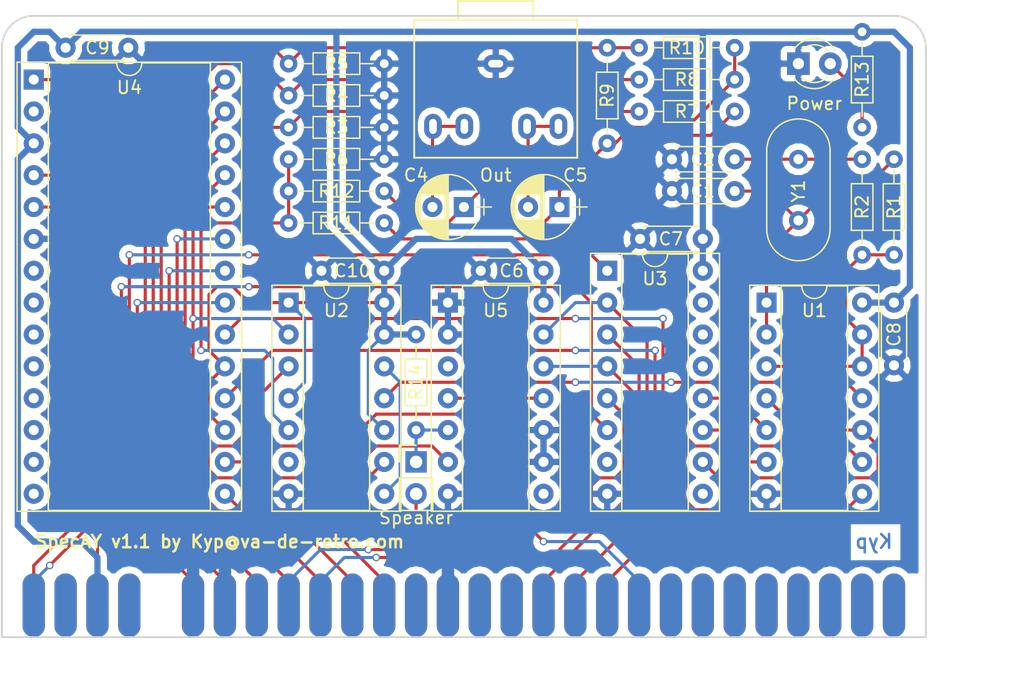
<source format=kicad_pcb>
(kicad_pcb (version 20171130) (host pcbnew "(5.1.9)-1")
  (layers (0 F.Cu signal) (31 B.Cu signal) (34 B.Paste user) (35 F.Paste user) (36 B.SilkS user) (37 F.SilkS user) (38 B.Mask user) (39 F.Mask user) (44 Edge.Cuts user))
  (net 0 "")
  (net 1 "Net-(C1-Pad1)")
  (net 2 GND)
  (net 3 "Net-(C2-Pad1)")
  (net 4 "Net-(C4-Pad1)")
  (net 5 "Net-(C4-Pad2)")
  (net 6 "Net-(C5-Pad1)")
  (net 7 "Net-(C5-Pad2)")
  (net 8 VCC)
  (net 9 /A14)
  (net 10 /A15)
  (net 11 /A1)
  (net 12 /~RESET)
  (net 13 /D7)
  (net 14 /D0)
  (net 15 /D1)
  (net 16 /D2)
  (net 17 /D6)
  (net 18 /D5)
  (net 19 /D3)
  (net 20 /D4)
  (net 21 /~IORQ)
  (net 22 /~RD)
  (net 23 /~WR)
  (net 24 "Net-(R1-Pad2)")
  (net 25 /A)
  (net 26 /B)
  (net 27 /C)
  (net 28 /BDIR)
  (net 29 "Net-(U1-Pad5)")
  (net 30 /BC1)
  (net 31 /AYC)
  (net 32 "Net-(U1-Pad11)")
  (net 33 /A0)
  (net 34 "Net-(R11-Pad1)")
  (net 35 "Net-(U1-Pad9)")
  (net 36 "Net-(U1-Pad10)")
  (net 37 "Net-(U2-Pad12)")
  (net 38 "Net-(U2-Pad3)")
  (net 39 "Net-(U5-Pad11)")
  (net 40 "Net-(D1-Pad2)")
  (net 41 "Net-(JP1-Pad1)")
  (module Housings_DIP:DIP-16_W7.62mm_Socket (layer F.Cu) (at 160.02 78.74)
    (fp_text reference U3 (at 3.81 0.635) (layer F.SilkS))
    (fp_text value 74HC138)
    (pad 1 thru_hole rect (at 0 0) (size 1.6 1.6) (drill 0.8) (layers *.Cu *.Mask) (net 9 /A14))
    (pad 9 thru_hole oval (at 7.62 17.78) (size 1.6 1.6) (drill 0.8) (layers *.Cu *.Mask))
    (pad 2 thru_hole oval (at 0 2.54) (size 1.6 1.6) (drill 0.8) (layers *.Cu *.Mask) (net 23 /~WR))
    (pad 10 thru_hole oval (at 7.62 15.24) (size 1.6 1.6) (drill 0.8) (layers *.Cu *.Mask) (net 36 "Net-(U1-Pad10)"))
    (pad 3 thru_hole oval (at 0 5.08) (size 1.6 1.6) (drill 0.8) (layers *.Cu *.Mask) (net 22 /~RD))
    (pad 11 thru_hole oval (at 7.62 12.7) (size 1.6 1.6) (drill 0.8) (layers *.Cu *.Mask) (net 35 "Net-(U1-Pad9)"))
    (pad 4 thru_hole oval (at 0 7.62) (size 1.6 1.6) (drill 0.8) (layers *.Cu *.Mask) (net 21 /~IORQ))
    (pad 12 thru_hole oval (at 7.62 10.16) (size 1.6 1.6) (drill 0.8) (layers *.Cu *.Mask) (net 29 "Net-(U1-Pad5)"))
    (pad 5 thru_hole oval (at 0 10.16) (size 1.6 1.6) (drill 0.8) (layers *.Cu *.Mask) (net 11 /A1))
    (pad 13 thru_hole oval (at 7.62 7.62) (size 1.6 1.6) (drill 0.8) (layers *.Cu *.Mask))
    (pad 6 thru_hole oval (at 0 12.7) (size 1.6 1.6) (drill 0.8) (layers *.Cu *.Mask) (net 10 /A15))
    (pad 14 thru_hole oval (at 7.62 5.08) (size 1.6 1.6) (drill 0.8) (layers *.Cu *.Mask))
    (pad 7 thru_hole oval (at 0 15.24) (size 1.6 1.6) (drill 0.8) (layers *.Cu *.Mask))
    (pad 15 thru_hole oval (at 7.62 2.54) (size 1.6 1.6) (drill 0.8) (layers *.Cu *.Mask))
    (pad 8 thru_hole oval (at 0 17.78) (size 1.6 1.6) (drill 0.8) (layers *.Cu *.Mask) (net 2 GND))
    (pad 16 thru_hole oval (at 7.62 0) (size 1.6 1.6) (drill 0.8) (layers *.Cu *.Mask) (net 8 VCC))
  )
  (module Capacitors_THT:C_Disc_D4.3mm_W1.9mm_P5.00mm (layer F.Cu) (at 170.18 72.39 180)
    (fp_text reference C1 (at 2.54 0 180) (layer F.SilkS))
    (fp_text value 22p)
    (pad 1 thru_hole circle (at 0 0 180) (size 1.6 1.6) (drill 0.8) (layers *.Cu *.Mask) (net 1 "Net-(C1-Pad1)"))
    (pad 2 thru_hole circle (at 5 0 180) (size 1.6 1.6) (drill 0.8) (layers *.Cu *.Mask) (net 2 GND))
  )
  (module Capacitors_THT:C_Disc_D4.3mm_W1.9mm_P5.00mm (layer F.Cu) (at 170.18 69.85 180)
    (fp_text reference C2 (at 2.54 0 180) (layer F.SilkS))
    (fp_text value 22p)
    (pad 1 thru_hole circle (at 0 0 180) (size 1.6 1.6) (drill 0.8) (layers *.Cu *.Mask) (net 3 "Net-(C2-Pad1)"))
    (pad 2 thru_hole circle (at 5 0 180) (size 1.6 1.6) (drill 0.8) (layers *.Cu *.Mask) (net 2 GND))
  )
  (module Capacitors_THT:C_Disc_D4.3mm_W1.9mm_P5.00mm (layer F.Cu) (at 154.94 78.74 180)
    (fp_text reference C6 (at 2.54 0 180) (layer F.SilkS))
    (fp_text value 100n)
    (pad 1 thru_hole circle (at 0 0 180) (size 1.6 1.6) (drill 0.8) (layers *.Cu *.Mask) (net 8 VCC))
    (pad 2 thru_hole circle (at 5 0 180) (size 1.6 1.6) (drill 0.8) (layers *.Cu *.Mask) (net 2 GND))
  )
  (module Capacitors_THT:C_Disc_D4.3mm_W1.9mm_P5.00mm (layer F.Cu) (at 167.64 76.2 180)
    (fp_text reference C7 (at 2.54 0 180) (layer F.SilkS))
    (fp_text value 100n)
    (pad 1 thru_hole circle (at 0 0 180) (size 1.6 1.6) (drill 0.8) (layers *.Cu *.Mask) (net 8 VCC))
    (pad 2 thru_hole circle (at 5 0 180) (size 1.6 1.6) (drill 0.8) (layers *.Cu *.Mask) (net 2 GND))
  )
  (module Capacitors_THT:C_Disc_D4.3mm_W1.9mm_P5.00mm (layer F.Cu) (at 182.88 81.28 270)
    (fp_text reference C8 (at 2.54 0 270) (layer F.SilkS))
    (fp_text value 100n)
    (pad 1 thru_hole circle (at 0 0 270) (size 1.6 1.6) (drill 0.8) (layers *.Cu *.Mask) (net 8 VCC))
    (pad 2 thru_hole circle (at 5 0 270) (size 1.6 1.6) (drill 0.8) (layers *.Cu *.Mask) (net 2 GND))
  )
  (module Capacitors_THT:C_Disc_D4.3mm_W1.9mm_P5.00mm (layer F.Cu) (at 116.84 60.96)
    (fp_text reference C9 (at 2.54 0) (layer F.SilkS))
    (fp_text value 100n)
    (pad 1 thru_hole circle (at 0 0) (size 1.6 1.6) (drill 0.8) (layers *.Cu *.Mask) (net 8 VCC))
    (pad 2 thru_hole circle (at 5 0) (size 1.6 1.6) (drill 0.8) (layers *.Cu *.Mask) (net 2 GND))
  )
  (module zx:BUS (layer F.Cu) (at 148.59 105.41)
    (fp_text reference CON1 hide)
    (fp_text value ZX_EDGE_48)
    (pad 1L connect oval (at -34.29 0) (size 1.778 5.08) (layers B.Cu B.Mask) (net 9 /A14))
    (pad 1U connect oval (at -34.29 0) (size 1.778 5.08) (layers F.Cu F.Mask) (net 10 /A15))
    (pad 2L connect oval (at -31.75 0) (size 1.778 5.08) (layers B.Cu B.Mask))
    (pad 3L connect oval (at -29.21 0) (size 1.778 5.08) (layers B.Cu B.Mask) (net 8 VCC))
    (pad 4L connect oval (at -26.67 0) (size 1.778 5.08) (layers B.Cu B.Mask))
    (pad 6L connect oval (at -21.59 0) (size 1.778 5.08) (layers B.Cu B.Mask) (net 2 GND))
    (pad 7L connect oval (at -19.05 0) (size 1.778 5.08) (layers B.Cu B.Mask) (net 2 GND))
    (pad 8L connect oval (at -16.51 0) (size 1.778 5.08) (layers B.Cu B.Mask))
    (pad 9L connect oval (at -13.97 0) (size 1.778 5.08) (layers B.Cu B.Mask) (net 33 /A0))
    (pad 10L connect oval (at -11.43 0) (size 1.778 5.08) (layers B.Cu B.Mask) (net 11 /A1))
    (pad 11L connect oval (at -8.89 0) (size 1.778 5.08) (layers B.Cu B.Mask))
    (pad 12L connect oval (at -6.35 0) (size 1.778 5.08) (layers B.Cu B.Mask))
    (pad 13L connect oval (at -3.81 0) (size 1.778 5.08) (layers B.Cu B.Mask))
    (pad 14L connect oval (at -1.27 0) (size 1.778 5.08) (layers B.Cu B.Mask) (net 2 GND))
    (pad 15L connect oval (at 1.27 0) (size 1.778 5.08) (layers B.Cu B.Mask))
    (pad 16L connect oval (at 3.81 0) (size 1.778 5.08) (layers B.Cu B.Mask))
    (pad 17L connect oval (at 6.35 0) (size 1.778 5.08) (layers B.Cu B.Mask))
    (pad 18L connect oval (at 8.89 0) (size 1.778 5.08) (layers B.Cu B.Mask))
    (pad 19L connect oval (at 11.43 0) (size 1.778 5.08) (layers B.Cu B.Mask))
    (pad 20L connect oval (at 13.97 0) (size 1.778 5.08) (layers B.Cu B.Mask) (net 12 /~RESET))
    (pad 21L connect oval (at 16.51 0) (size 1.778 5.08) (layers B.Cu B.Mask))
    (pad 22L connect oval (at 19.05 0) (size 1.778 5.08) (layers B.Cu B.Mask))
    (pad 23L connect oval (at 21.59 0) (size 1.778 5.08) (layers B.Cu B.Mask))
    (pad 24L connect oval (at 24.13 0) (size 1.778 5.08) (layers B.Cu B.Mask))
    (pad 25L connect oval (at 26.67 0) (size 1.778 5.08) (layers B.Cu B.Mask))
    (pad 26L connect oval (at 29.21 0) (size 1.778 5.08) (layers B.Cu B.Mask))
    (pad 27L connect oval (at 31.75 0) (size 1.778 5.08) (layers B.Cu B.Mask))
    (pad 28L connect oval (at 34.29 0) (size 1.778 5.08) (layers B.Cu B.Mask))
    (pad 2U connect oval (at -31.75 0) (size 1.778 5.08) (layers F.Cu F.Mask))
    (pad 3U connect oval (at -29.21 0) (size 1.778 5.08) (layers F.Cu F.Mask) (net 13 /D7))
    (pad 4U connect oval (at -26.67 0) (size 1.778 5.08) (layers F.Cu F.Mask))
    (pad 6U connect oval (at -21.59 0) (size 1.778 5.08) (layers F.Cu F.Mask) (net 14 /D0))
    (pad 7U connect oval (at -19.05 0) (size 1.778 5.08) (layers F.Cu F.Mask) (net 15 /D1))
    (pad 8U connect oval (at -16.51 0) (size 1.778 5.08) (layers F.Cu F.Mask) (net 16 /D2))
    (pad 9U connect oval (at -13.97 0) (size 1.778 5.08) (layers F.Cu F.Mask) (net 17 /D6))
    (pad 10U connect oval (at -11.43 0) (size 1.778 5.08) (layers F.Cu F.Mask) (net 18 /D5))
    (pad 11U connect oval (at -8.89 0) (size 1.778 5.08) (layers F.Cu F.Mask) (net 19 /D3))
    (pad 12U connect oval (at -6.35 0) (size 1.778 5.08) (layers F.Cu F.Mask) (net 20 /D4))
    (pad 13U connect oval (at -3.81 0) (size 1.778 5.08) (layers F.Cu F.Mask))
    (pad 14U connect oval (at -1.27 0) (size 1.778 5.08) (layers F.Cu F.Mask))
    (pad 15U connect oval (at 1.27 0) (size 1.778 5.08) (layers F.Cu F.Mask))
    (pad 16U connect oval (at 3.81 0) (size 1.778 5.08) (layers F.Cu F.Mask))
    (pad 17U connect oval (at 6.35 0) (size 1.778 5.08) (layers F.Cu F.Mask) (net 21 /~IORQ))
    (pad 18U connect oval (at 8.89 0) (size 1.778 5.08) (layers F.Cu F.Mask) (net 22 /~RD))
    (pad 19U connect oval (at 11.43 0) (size 1.778 5.08) (layers F.Cu F.Mask) (net 23 /~WR))
    (pad 20U connect oval (at 13.97 0) (size 1.778 5.08) (layers F.Cu F.Mask))
    (pad 21U connect oval (at 16.51 0) (size 1.778 5.08) (layers F.Cu F.Mask))
    (pad 22U connect oval (at 19.05 0) (size 1.778 5.08) (layers F.Cu F.Mask))
    (pad 23U connect oval (at 21.59 0) (size 1.778 5.08) (layers F.Cu F.Mask))
    (pad 24U connect oval (at 24.13 0) (size 1.778 5.08) (layers F.Cu F.Mask))
    (pad 25U connect oval (at 26.67 0) (size 1.778 5.08) (layers F.Cu F.Mask))
    (pad 26U connect oval (at 29.21 0) (size 1.778 5.08) (layers F.Cu F.Mask))
    (pad 27U connect oval (at 31.75 0) (size 1.778 5.08) (layers F.Cu F.Mask))
    (pad 28U connect oval (at 34.29 0) (size 1.778 5.08) (layers F.Cu F.Mask))
  )
  (module Resistors_THT:R_Axial_DIN0204_L3.6mm_D1.6mm_P7.62mm_Horizontal (layer F.Cu) (at 182.88 69.85 270)
    (fp_text reference R1 (at 3.81 0 270) (layer F.SilkS))
    (fp_text value 10M)
    (pad 1 thru_hole circle (at 0 0 270) (size 1.4 1.4) (drill 0.7) (layers *.Cu *.Mask) (net 1 "Net-(C1-Pad1)"))
    (pad 2 thru_hole oval (at 7.62 0 270) (size 1.4 1.4) (drill 0.7) (layers *.Cu *.Mask) (net 24 "Net-(R1-Pad2)"))
  )
  (module Resistors_THT:R_Axial_DIN0204_L3.6mm_D1.6mm_P7.62mm_Horizontal (layer F.Cu) (at 180.34 77.47 90)
    (fp_text reference R2 (at 3.81 0 90) (layer F.SilkS))
    (fp_text value 1K)
    (pad 1 thru_hole circle (at 0 0 90) (size 1.4 1.4) (drill 0.7) (layers *.Cu *.Mask) (net 24 "Net-(R1-Pad2)"))
    (pad 2 thru_hole oval (at 7.62 0 90) (size 1.4 1.4) (drill 0.7) (layers *.Cu *.Mask) (net 3 "Net-(C2-Pad1)"))
  )
  (module Resistors_THT:R_Axial_DIN0204_L3.6mm_D1.6mm_P7.62mm_Horizontal (layer F.Cu) (at 134.62 67.31)
    (fp_text reference R3 (at 3.81 0) (layer F.SilkS))
    (fp_text value 1K)
    (pad 1 thru_hole circle (at 0 0) (size 1.4 1.4) (drill 0.7) (layers *.Cu *.Mask) (net 25 /A))
    (pad 2 thru_hole oval (at 7.62 0) (size 1.4 1.4) (drill 0.7) (layers *.Cu *.Mask) (net 2 GND))
  )
  (module Resistors_THT:R_Axial_DIN0204_L3.6mm_D1.6mm_P7.62mm_Horizontal (layer F.Cu) (at 134.62 64.77)
    (fp_text reference R4 (at 3.81 0) (layer F.SilkS))
    (fp_text value 1K)
    (pad 1 thru_hole circle (at 0 0) (size 1.4 1.4) (drill 0.7) (layers *.Cu *.Mask) (net 26 /B))
    (pad 2 thru_hole oval (at 7.62 0) (size 1.4 1.4) (drill 0.7) (layers *.Cu *.Mask) (net 2 GND))
  )
  (module Resistors_THT:R_Axial_DIN0204_L3.6mm_D1.6mm_P7.62mm_Horizontal (layer F.Cu) (at 134.62 62.23)
    (fp_text reference R5 (at 3.81 0) (layer F.SilkS))
    (fp_text value 1K)
    (pad 1 thru_hole circle (at 0 0) (size 1.4 1.4) (drill 0.7) (layers *.Cu *.Mask) (net 27 /C))
    (pad 2 thru_hole oval (at 7.62 0) (size 1.4 1.4) (drill 0.7) (layers *.Cu *.Mask) (net 2 GND))
  )
  (module Resistors_THT:R_Axial_DIN0204_L3.6mm_D1.6mm_P7.62mm_Horizontal (layer F.Cu) (at 134.62 69.85)
    (fp_text reference R6 (at 3.81 0) (layer F.SilkS))
    (fp_text value 1K)
    (pad 1 thru_hole circle (at 0 0) (size 1.4 1.4) (drill 0.7) (layers *.Cu *.Mask) (net 34 "Net-(R11-Pad1)"))
    (pad 2 thru_hole oval (at 7.62 0) (size 1.4 1.4) (drill 0.7) (layers *.Cu *.Mask) (net 2 GND))
  )
  (module Resistors_THT:R_Axial_DIN0204_L3.6mm_D1.6mm_P7.62mm_Horizontal (layer F.Cu) (at 162.56 66.04)
    (fp_text reference R7 (at 3.81 0) (layer F.SilkS))
    (fp_text value 2K2)
    (pad 1 thru_hole circle (at 0 0) (size 1.4 1.4) (drill 0.7) (layers *.Cu *.Mask) (net 25 /A))
    (pad 2 thru_hole oval (at 7.62 0) (size 1.4 1.4) (drill 0.7) (layers *.Cu *.Mask) (net 6 "Net-(C5-Pad1)"))
  )
  (module Resistors_THT:R_Axial_DIN0204_L3.6mm_D1.6mm_P7.62mm_Horizontal (layer F.Cu) (at 162.56 63.5)
    (fp_text reference R8 (at 3.81 0) (layer F.SilkS))
    (fp_text value 2K2)
    (pad 1 thru_hole circle (at 0 0) (size 1.4 1.4) (drill 0.7) (layers *.Cu *.Mask) (net 26 /B))
    (pad 2 thru_hole oval (at 7.62 0) (size 1.4 1.4) (drill 0.7) (layers *.Cu *.Mask) (net 4 "Net-(C4-Pad1)"))
  )
  (module Resistors_THT:R_Axial_DIN0204_L3.6mm_D1.6mm_P7.62mm_Horizontal (layer F.Cu) (at 160.02 60.96 270)
    (fp_text reference R9 (at 3.81 0 270) (layer F.SilkS))
    (fp_text value 3K3)
    (pad 1 thru_hole circle (at 0 0 270) (size 1.4 1.4) (drill 0.7) (layers *.Cu *.Mask) (net 27 /C))
    (pad 2 thru_hole oval (at 7.62 0 270) (size 1.4 1.4) (drill 0.7) (layers *.Cu *.Mask) (net 6 "Net-(C5-Pad1)"))
  )
  (module Resistors_THT:R_Axial_DIN0204_L3.6mm_D1.6mm_P7.62mm_Horizontal (layer F.Cu) (at 162.56 60.96)
    (fp_text reference R10 (at 3.81 0) (layer F.SilkS))
    (fp_text value 3K3)
    (pad 1 thru_hole circle (at 0 0) (size 1.4 1.4) (drill 0.7) (layers *.Cu *.Mask) (net 27 /C))
    (pad 2 thru_hole oval (at 7.62 0) (size 1.4 1.4) (drill 0.7) (layers *.Cu *.Mask) (net 4 "Net-(C4-Pad1)"))
  )
  (module Resistors_THT:R_Axial_DIN0204_L3.6mm_D1.6mm_P7.62mm_Horizontal (layer F.Cu) (at 134.62 74.93)
    (fp_text reference R11 (at 3.81 0) (layer F.SilkS))
    (fp_text value 3K3)
    (pad 1 thru_hole circle (at 0 0) (size 1.4 1.4) (drill 0.7) (layers *.Cu *.Mask) (net 34 "Net-(R11-Pad1)"))
    (pad 2 thru_hole oval (at 7.62 0) (size 1.4 1.4) (drill 0.7) (layers *.Cu *.Mask) (net 6 "Net-(C5-Pad1)"))
  )
  (module Resistors_THT:R_Axial_DIN0204_L3.6mm_D1.6mm_P7.62mm_Horizontal (layer F.Cu) (at 134.62 72.39)
    (fp_text reference R12 (at 3.81 0) (layer F.SilkS))
    (fp_text value 3K3)
    (pad 1 thru_hole circle (at 0 0) (size 1.4 1.4) (drill 0.7) (layers *.Cu *.Mask) (net 34 "Net-(R11-Pad1)"))
    (pad 2 thru_hole oval (at 7.62 0) (size 1.4 1.4) (drill 0.7) (layers *.Cu *.Mask) (net 4 "Net-(C4-Pad1)"))
  )
  (module Housings_DIP:DIP-14_W7.62mm_Socket (layer F.Cu) (at 172.72 81.28)
    (fp_text reference U1 (at 3.81 0.635) (layer F.SilkS))
    (fp_text value 74HC00)
    (pad 1 thru_hole rect (at 0 0) (size 1.6 1.6) (drill 0.8) (layers *.Cu *.Mask) (net 1 "Net-(C1-Pad1)"))
    (pad 8 thru_hole oval (at 7.62 15.24) (size 1.6 1.6) (drill 0.8) (layers *.Cu *.Mask) (net 28 /BDIR))
    (pad 2 thru_hole oval (at 0 2.54) (size 1.6 1.6) (drill 0.8) (layers *.Cu *.Mask) (net 1 "Net-(C1-Pad1)"))
    (pad 9 thru_hole oval (at 7.62 12.7) (size 1.6 1.6) (drill 0.8) (layers *.Cu *.Mask) (net 35 "Net-(U1-Pad9)"))
    (pad 3 thru_hole oval (at 0 5.08) (size 1.6 1.6) (drill 0.8) (layers *.Cu *.Mask) (net 24 "Net-(R1-Pad2)"))
    (pad 10 thru_hole oval (at 7.62 10.16) (size 1.6 1.6) (drill 0.8) (layers *.Cu *.Mask) (net 36 "Net-(U1-Pad10)"))
    (pad 4 thru_hole oval (at 0 7.62) (size 1.6 1.6) (drill 0.8) (layers *.Cu *.Mask) (net 36 "Net-(U1-Pad10)"))
    (pad 11 thru_hole oval (at 7.62 7.62) (size 1.6 1.6) (drill 0.8) (layers *.Cu *.Mask) (net 32 "Net-(U1-Pad11)"))
    (pad 5 thru_hole oval (at 0 10.16) (size 1.6 1.6) (drill 0.8) (layers *.Cu *.Mask) (net 29 "Net-(U1-Pad5)"))
    (pad 12 thru_hole oval (at 7.62 5.08) (size 1.6 1.6) (drill 0.8) (layers *.Cu *.Mask) (net 24 "Net-(R1-Pad2)"))
    (pad 6 thru_hole oval (at 0 12.7) (size 1.6 1.6) (drill 0.8) (layers *.Cu *.Mask) (net 30 /BC1))
    (pad 13 thru_hole oval (at 7.62 2.54) (size 1.6 1.6) (drill 0.8) (layers *.Cu *.Mask) (net 24 "Net-(R1-Pad2)"))
    (pad 7 thru_hole oval (at 0 15.24) (size 1.6 1.6) (drill 0.8) (layers *.Cu *.Mask) (net 2 GND))
    (pad 14 thru_hole oval (at 7.62 0) (size 1.6 1.6) (drill 0.8) (layers *.Cu *.Mask) (net 8 VCC))
  )
  (module Housings_DIP:DIP-14_W7.62mm_Socket (layer F.Cu) (at 134.62 81.28)
    (fp_text reference U2 (at 3.81 0.635) (layer F.SilkS))
    (fp_text value 74HC74)
    (pad 1 thru_hole rect (at 0 0) (size 1.6 1.6) (drill 0.8) (layers *.Cu *.Mask) (net 8 VCC))
    (pad 8 thru_hole oval (at 7.62 15.24) (size 1.6 1.6) (drill 0.8) (layers *.Cu *.Mask) (net 37 "Net-(U2-Pad12)"))
    (pad 2 thru_hole oval (at 0 2.54) (size 1.6 1.6) (drill 0.8) (layers *.Cu *.Mask) (net 20 /D4))
    (pad 9 thru_hole oval (at 7.62 12.7) (size 1.6 1.6) (drill 0.8) (layers *.Cu *.Mask) (net 31 /AYC))
    (pad 3 thru_hole oval (at 0 5.08) (size 1.6 1.6) (drill 0.8) (layers *.Cu *.Mask) (net 38 "Net-(U2-Pad3)"))
    (pad 10 thru_hole oval (at 7.62 10.16) (size 1.6 1.6) (drill 0.8) (layers *.Cu *.Mask) (net 8 VCC))
    (pad 4 thru_hole oval (at 0 7.62) (size 1.6 1.6) (drill 0.8) (layers *.Cu *.Mask) (net 8 VCC))
    (pad 11 thru_hole oval (at 7.62 7.62) (size 1.6 1.6) (drill 0.8) (layers *.Cu *.Mask) (net 32 "Net-(U1-Pad11)"))
    (pad 5 thru_hole oval (at 0 10.16) (size 1.6 1.6) (drill 0.8) (layers *.Cu *.Mask) (net 34 "Net-(R11-Pad1)"))
    (pad 12 thru_hole oval (at 7.62 5.08) (size 1.6 1.6) (drill 0.8) (layers *.Cu *.Mask) (net 37 "Net-(U2-Pad12)"))
    (pad 6 thru_hole oval (at 0 12.7) (size 1.6 1.6) (drill 0.8) (layers *.Cu *.Mask))
    (pad 13 thru_hole oval (at 7.62 2.54) (size 1.6 1.6) (drill 0.8) (layers *.Cu *.Mask) (net 8 VCC))
    (pad 7 thru_hole oval (at 0 15.24) (size 1.6 1.6) (drill 0.8) (layers *.Cu *.Mask) (net 2 GND))
    (pad 14 thru_hole oval (at 7.62 0) (size 1.6 1.6) (drill 0.8) (layers *.Cu *.Mask) (net 8 VCC))
  )
  (module Housings_DIP:DIP-28_W15.24mm_Socket (layer F.Cu) (at 114.3 63.5)
    (fp_text reference U4 (at 7.62 0.635) (layer F.SilkS))
    (fp_text value AY-3-8912)
    (pad 1 thru_hole rect (at 0 0) (size 1.6 1.6) (drill 0.8) (layers *.Cu *.Mask) (net 27 /C))
    (pad 15 thru_hole oval (at 15.24 33.02) (size 1.6 1.6) (drill 0.8) (layers *.Cu *.Mask) (net 31 /AYC))
    (pad 2 thru_hole oval (at 0 2.54) (size 1.6 1.6) (drill 0.8) (layers *.Cu *.Mask))
    (pad 16 thru_hole oval (at 15.24 30.48) (size 1.6 1.6) (drill 0.8) (layers *.Cu *.Mask) (net 12 /~RESET))
    (pad 3 thru_hole oval (at 0 5.08) (size 1.6 1.6) (drill 0.8) (layers *.Cu *.Mask) (net 8 VCC))
    (pad 17 thru_hole oval (at 15.24 27.94) (size 1.6 1.6) (drill 0.8) (layers *.Cu *.Mask) (net 8 VCC))
    (pad 4 thru_hole oval (at 0 7.62) (size 1.6 1.6) (drill 0.8) (layers *.Cu *.Mask) (net 26 /B))
    (pad 18 thru_hole oval (at 15.24 25.4) (size 1.6 1.6) (drill 0.8) (layers *.Cu *.Mask) (net 28 /BDIR))
    (pad 5 thru_hole oval (at 0 10.16) (size 1.6 1.6) (drill 0.8) (layers *.Cu *.Mask) (net 25 /A))
    (pad 19 thru_hole oval (at 15.24 22.86) (size 1.6 1.6) (drill 0.8) (layers *.Cu *.Mask) (net 8 VCC))
    (pad 6 thru_hole oval (at 0 12.7) (size 1.6 1.6) (drill 0.8) (layers *.Cu *.Mask) (net 2 GND))
    (pad 20 thru_hole oval (at 15.24 20.32) (size 1.6 1.6) (drill 0.8) (layers *.Cu *.Mask) (net 30 /BC1))
    (pad 7 thru_hole oval (at 0 15.24) (size 1.6 1.6) (drill 0.8) (layers *.Cu *.Mask))
    (pad 21 thru_hole oval (at 15.24 17.78) (size 1.6 1.6) (drill 0.8) (layers *.Cu *.Mask) (net 13 /D7))
    (pad 8 thru_hole oval (at 0 17.78) (size 1.6 1.6) (drill 0.8) (layers *.Cu *.Mask))
    (pad 22 thru_hole oval (at 15.24 15.24) (size 1.6 1.6) (drill 0.8) (layers *.Cu *.Mask) (net 17 /D6))
    (pad 9 thru_hole oval (at 0 20.32) (size 1.6 1.6) (drill 0.8) (layers *.Cu *.Mask))
    (pad 23 thru_hole oval (at 15.24 12.7) (size 1.6 1.6) (drill 0.8) (layers *.Cu *.Mask) (net 18 /D5))
    (pad 10 thru_hole oval (at 0 22.86) (size 1.6 1.6) (drill 0.8) (layers *.Cu *.Mask))
    (pad 24 thru_hole oval (at 15.24 10.16) (size 1.6 1.6) (drill 0.8) (layers *.Cu *.Mask) (net 20 /D4))
    (pad 11 thru_hole oval (at 0 25.4) (size 1.6 1.6) (drill 0.8) (layers *.Cu *.Mask))
    (pad 25 thru_hole oval (at 15.24 7.62) (size 1.6 1.6) (drill 0.8) (layers *.Cu *.Mask) (net 19 /D3))
    (pad 12 thru_hole oval (at 0 27.94) (size 1.6 1.6) (drill 0.8) (layers *.Cu *.Mask))
    (pad 26 thru_hole oval (at 15.24 5.08) (size 1.6 1.6) (drill 0.8) (layers *.Cu *.Mask) (net 16 /D2))
    (pad 13 thru_hole oval (at 0 30.48) (size 1.6 1.6) (drill 0.8) (layers *.Cu *.Mask))
    (pad 27 thru_hole oval (at 15.24 2.54) (size 1.6 1.6) (drill 0.8) (layers *.Cu *.Mask) (net 15 /D1))
    (pad 14 thru_hole oval (at 0 33.02) (size 1.6 1.6) (drill 0.8) (layers *.Cu *.Mask))
    (pad 28 thru_hole oval (at 15.24 0) (size 1.6 1.6) (drill 0.8) (layers *.Cu *.Mask) (net 14 /D0))
  )
  (module Crystals:Crystal_HC49-U_Vertical (layer F.Cu) (at 175.26 69.85 270)
    (fp_text reference Y1 (at 2.54 0 270) (layer F.SilkS))
    (fp_text value 3.579545)
    (pad 1 thru_hole circle (at 0 0 270) (size 1.5 1.5) (drill 0.8) (layers *.Cu *.Mask) (net 3 "Net-(C2-Pad1)"))
    (pad 2 thru_hole circle (at 4.88 0 270) (size 1.5 1.5) (drill 0.8) (layers *.Cu *.Mask) (net 1 "Net-(C1-Pad1)"))
  )
  (module Capacitors_THT:CP_Radial_D5.0mm_P2.50mm (layer F.Cu) (at 148.59 73.66 180)
    (fp_text reference C4 (at 3.81 2.54 180) (layer F.SilkS))
    (fp_text value 100u)
    (pad 1 thru_hole rect (at 0 0 180) (size 1.6 1.6) (drill 0.8) (layers *.Cu *.Mask) (net 4 "Net-(C4-Pad1)"))
    (pad 2 thru_hole circle (at 2.5 0 180) (size 1.6 1.6) (drill 0.8) (layers *.Cu *.Mask) (net 5 "Net-(C4-Pad2)"))
  )
  (module Capacitors_THT:CP_Radial_D5.0mm_P2.50mm (layer F.Cu) (at 156.21 73.66 180)
    (fp_text reference C5 (at -1.27 2.54 180) (layer F.SilkS))
    (fp_text value 100u)
    (pad 1 thru_hole rect (at 0 0 180) (size 1.6 1.6) (drill 0.8) (layers *.Cu *.Mask) (net 6 "Net-(C5-Pad1)"))
    (pad 2 thru_hole circle (at 2.5 0 180) (size 1.6 1.6) (drill 0.8) (layers *.Cu *.Mask) (net 7 "Net-(C5-Pad2)"))
  )
  (module zx:3.5mm_Jack (layer F.Cu) (at 151.13 62.23 270)
    (fp_text reference Out (at 8.89 0) (layer F.SilkS))
    (fp_text value OUT)
    (pad 5 thru_hole oval (at 5 5 180) (size 1.4 2) (drill oval 0.6 1.2) (layers *.Cu *.Mask) (net 5 "Net-(C4-Pad2)"))
    (pad 4 thru_hole oval (at 5 2.5 180) (size 1.4 2) (drill oval 0.6 1.2) (layers *.Cu *.Mask) (net 5 "Net-(C4-Pad2)"))
    (pad 3 thru_hole oval (at 5 -2.5 180) (size 1.4 2) (drill oval 0.6 1.2) (layers *.Cu *.Mask) (net 7 "Net-(C5-Pad2)"))
    (pad 1 thru_hole oval (at 0 0 180) (size 2 1.4) (drill oval 1.2 0.6) (layers *.Cu *.Mask) (net 2 GND))
    (pad 2 thru_hole oval (at 5 -5 180) (size 1.4 2) (drill oval 0.6 1.2) (layers *.Cu *.Mask) (net 7 "Net-(C5-Pad2)"))
  )
  (module Capacitors_THT:C_Disc_D4.3mm_W1.9mm_P5.00mm (layer F.Cu) (at 142.24 78.74 180)
    (fp_text reference C10 (at 2.54 0 180) (layer F.SilkS))
    (fp_text value 100n)
    (pad 1 thru_hole circle (at 0 0 180) (size 1.6 1.6) (drill 0.8) (layers *.Cu *.Mask) (net 8 VCC))
    (pad 2 thru_hole circle (at 5 0 180) (size 1.6 1.6) (drill 0.8) (layers *.Cu *.Mask) (net 2 GND))
  )
  (module Housings_DIP:DIP-14_W7.62mm_Socket (layer F.Cu) (at 147.32 81.28)
    (fp_text reference U5 (at 3.81 0.635) (layer F.SilkS))
    (fp_text value 74HC32)
    (pad 1 thru_hole rect (at 0 0) (size 1.6 1.6) (drill 0.8) (layers *.Cu *.Mask) (net 2 GND))
    (pad 8 thru_hole oval (at 7.62 15.24) (size 1.6 1.6) (drill 0.8) (layers *.Cu *.Mask))
    (pad 2 thru_hole oval (at 0 2.54) (size 1.6 1.6) (drill 0.8) (layers *.Cu *.Mask) (net 2 GND))
    (pad 9 thru_hole oval (at 7.62 12.7) (size 1.6 1.6) (drill 0.8) (layers *.Cu *.Mask) (net 2 GND))
    (pad 3 thru_hole oval (at 0 5.08) (size 1.6 1.6) (drill 0.8) (layers *.Cu *.Mask))
    (pad 10 thru_hole oval (at 7.62 10.16) (size 1.6 1.6) (drill 0.8) (layers *.Cu *.Mask) (net 2 GND))
    (pad 4 thru_hole oval (at 0 7.62) (size 1.6 1.6) (drill 0.8) (layers *.Cu *.Mask) (net 39 "Net-(U5-Pad11)"))
    (pad 11 thru_hole oval (at 7.62 7.62) (size 1.6 1.6) (drill 0.8) (layers *.Cu *.Mask) (net 39 "Net-(U5-Pad11)"))
    (pad 5 thru_hole oval (at 0 10.16) (size 1.6 1.6) (drill 0.8) (layers *.Cu *.Mask) (net 41 "Net-(JP1-Pad1)"))
    (pad 12 thru_hole oval (at 7.62 5.08) (size 1.6 1.6) (drill 0.8) (layers *.Cu *.Mask) (net 21 /~IORQ))
    (pad 6 thru_hole oval (at 0 12.7) (size 1.6 1.6) (drill 0.8) (layers *.Cu *.Mask) (net 38 "Net-(U2-Pad3)"))
    (pad 13 thru_hole oval (at 7.62 2.54) (size 1.6 1.6) (drill 0.8) (layers *.Cu *.Mask) (net 23 /~WR))
    (pad 7 thru_hole oval (at 0 15.24) (size 1.6 1.6) (drill 0.8) (layers *.Cu *.Mask) (net 2 GND))
    (pad 14 thru_hole oval (at 7.62 0) (size 1.6 1.6) (drill 0.8) (layers *.Cu *.Mask) (net 8 VCC))
  )
  (module LEDs:LED_D3.0mm (layer F.Cu) (at 175.26 62.23)
    (fp_text reference Power (at 1.27 3.175) (layer F.SilkS))
    (fp_text value Power)
    (pad 1 thru_hole rect (at 0 0) (size 1.8 1.8) (drill 0.9) (layers *.Cu *.Mask) (net 2 GND))
    (pad 2 thru_hole circle (at 2.54 0) (size 1.8 1.8) (drill 0.9) (layers *.Cu *.Mask) (net 40 "Net-(D1-Pad2)"))
  )
  (module Resistors_THT:R_Axial_DIN0204_L3.6mm_D1.6mm_P7.62mm_Horizontal (layer F.Cu) (at 180.34 59.69 270)
    (fp_text reference R13 (at 3.81 0 270) (layer F.SilkS))
    (fp_text value 1K)
    (pad 1 thru_hole circle (at 0 0 270) (size 1.4 1.4) (drill 0.7) (layers *.Cu *.Mask) (net 8 VCC))
    (pad 2 thru_hole oval (at 7.62 0 270) (size 1.4 1.4) (drill 0.7) (layers *.Cu *.Mask) (net 40 "Net-(D1-Pad2)"))
  )
  (module Resistors_THT:R_Axial_DIN0204_L3.6mm_D1.6mm_P7.62mm_Horizontal (layer F.Cu) (at 144.78 91.44 90)
    (fp_text reference R14 (at 3.81 0 90) (layer F.SilkS))
    (fp_text value 10K)
    (pad 1 thru_hole circle (at 0 0 90) (size 1.4 1.4) (drill 0.7) (layers *.Cu *.Mask) (net 41 "Net-(JP1-Pad1)"))
    (pad 2 thru_hole oval (at 7.62 0 90) (size 1.4 1.4) (drill 0.7) (layers *.Cu *.Mask) (net 8 VCC))
  )
  (module Pin_Headers:Pin_Header_Straight_1x02_Pitch2.54mm (layer F.Cu) (at 144.78 93.98)
    (fp_text reference Speaker (at 0 4.445) (layer F.SilkS))
    (fp_text value Speaker)
    (pad 1 thru_hole rect (at 0 0) (size 1.7 1.7) (drill 1) (layers *.Cu *.Mask) (net 41 "Net-(JP1-Pad1)"))
    (pad 2 thru_hole oval (at 0 2.54) (size 1.7 1.7) (drill 1) (layers *.Cu *.Mask) (net 33 /A0))
  )
  (gr_text Kyp (at 182.88 100.33) (layer B.Cu) (effects (font (size 1.1 1.1) (thickness 0.2)) (justify left mirror)))
  (gr_line (start 185.42 107.95) (end 185.42 60.96) (angle 90) (layer Edge.Cuts) (width 0.15))
  (gr_line (start 114.3 58.42) (end 182.88 58.42) (angle 90) (layer Edge.Cuts) (width 0.15))
  (gr_arc (start 182.88 60.96) (end 182.88 58.42) (angle 90) (layer Edge.Cuts) (width 0.15))
  (gr_line (start 111.76 107.95) (end 111.76 60.96) (angle 90) (layer Edge.Cuts) (width 0.15))
  (gr_arc (start 114.3 60.96) (end 111.76 60.96) (angle 90) (layer Edge.Cuts) (width 0.15))
  (gr_text "SpecAY v1.1 by Kyp@va-de-retro.com" (at 114.3 100.33) (layer F.SilkS) (effects (font (size 1 1) (thickness 0.2)) (justify left)))
  (gr_line (start 111.76 107.95) (end 185.42 107.95) (angle 90) (layer Edge.Cuts) (width 0.15))
  (segment (start 172.72 81.28) (end 172.72 77.27) (width 0.25) (layer F.Cu) (net 1))
  (segment (start 172.72 77.27) (end 175.26 74.73) (width 0.25) (layer F.Cu) (net 1))
  (segment (start 172.72 83.82) (end 172.72 81.28) (width 0.25) (layer F.Cu) (net 1))
  (segment (start 182.88 69.85) (end 180.34 72.39) (width 0.25) (layer F.Cu) (net 1))
  (segment (start 180.34 72.39) (end 177.6 72.39) (width 0.25) (layer F.Cu) (net 1))
  (segment (start 177.6 72.39) (end 175.26 74.73) (width 0.25) (layer F.Cu) (net 1))
  (segment (start 170.18 72.39) (end 172.92 72.39) (width 0.25) (layer F.Cu) (net 1))
  (segment (start 172.92 72.39) (end 175.26 74.73) (width 0.25) (layer F.Cu) (net 1))
  (segment (start 147.32 105.41) (end 147.32 101.6) (width 1) (layer B.Cu) (net 2))
  (segment (start 129.54 105.41) (end 129.54 101.6) (width 1) (layer B.Cu) (net 2))
  (segment (start 127 105.41) (end 127 101.6) (width 1) (layer B.Cu) (net 2))
  (segment (start 175.26 69.85) (end 180.34 69.85) (width 0.25) (layer F.Cu) (net 3))
  (segment (start 175.26 69.85) (end 170.18 69.85) (width 0.25) (layer F.Cu) (net 3))
  (segment (start 148.59 73.66) (end 151.13 71.12) (width 0.25) (layer F.Cu) (net 4))
  (segment (start 166.37 67.31) (end 170.18 63.5) (width 0.25) (layer F.Cu) (net 4))
  (segment (start 161.29 67.31) (end 166.37 67.31) (width 0.25) (layer F.Cu) (net 4))
  (segment (start 159.385 65.405) (end 161.29 67.31) (width 0.25) (layer F.Cu) (net 4))
  (segment (start 152.4 65.405) (end 159.385 65.405) (width 0.25) (layer F.Cu) (net 4))
  (segment (start 151.13 66.675) (end 152.4 65.405) (width 0.25) (layer F.Cu) (net 4))
  (segment (start 151.13 71.12) (end 151.13 66.675) (width 0.25) (layer F.Cu) (net 4))
  (segment (start 142.24 72.39) (end 144.78 74.93) (width 0.25) (layer F.Cu) (net 4))
  (segment (start 147.32 74.93) (end 148.59 73.66) (width 0.25) (layer F.Cu) (net 4))
  (segment (start 144.78 74.93) (end 147.32 74.93) (width 0.25) (layer F.Cu) (net 4))
  (segment (start 170.18 60.96) (end 170.18 63.5) (width 0.25) (layer F.Cu) (net 4))
  (segment (start 146.09 73.66) (end 146.09 67.27) (width 0.25) (layer F.Cu) (net 5))
  (segment (start 146.09 67.27) (end 146.13 67.23) (width 0.25) (layer F.Cu) (net 5))
  (segment (start 146.13 67.23) (end 148.63 67.23) (width 0.25) (layer F.Cu) (net 5))
  (segment (start 160.02 68.58) (end 160.655 68.58) (width 0.25) (layer F.Cu) (net 6))
  (segment (start 160.655 68.58) (end 161.29 67.945) (width 0.25) (layer F.Cu) (net 6))
  (segment (start 168.275 67.945) (end 170.18 66.04) (width 0.25) (layer F.Cu) (net 6))
  (segment (start 161.29 67.945) (end 168.275 67.945) (width 0.25) (layer F.Cu) (net 6))
  (segment (start 156.21 73.66) (end 156.21 72.39) (width 0.25) (layer F.Cu) (net 6))
  (segment (start 156.21 72.39) (end 160.02 68.58) (width 0.25) (layer F.Cu) (net 6))
  (segment (start 142.24 74.93) (end 143.51 76.2) (width 0.25) (layer F.Cu) (net 6))
  (segment (start 153.67 76.2) (end 156.21 73.66) (width 0.25) (layer F.Cu) (net 6))
  (segment (start 143.51 76.2) (end 153.67 76.2) (width 0.25) (layer F.Cu) (net 6))
  (segment (start 153.71 73.66) (end 153.71 67.31) (width 0.25) (layer F.Cu) (net 7))
  (segment (start 153.71 67.31) (end 153.63 67.23) (width 0.25) (layer F.Cu) (net 7))
  (segment (start 153.63 67.23) (end 156.13 67.23) (width 0.25) (layer F.Cu) (net 7))
  (segment (start 180.34 59.69) (end 182.88 59.69) (width 0.5) (layer B.Cu) (net 8))
  (segment (start 184.15 60.96) (end 184.15 80.01) (width 0.5) (layer B.Cu) (net 8))
  (segment (start 182.88 59.69) (end 184.15 60.96) (width 0.5) (layer B.Cu) (net 8))
  (segment (start 184.15 80.01) (end 182.88 81.28) (width 0.5) (layer B.Cu) (net 8))
  (segment (start 167.64 59.69) (end 180.34 59.69) (width 0.5) (layer B.Cu) (net 8))
  (segment (start 167.64 76.2) (end 167.64 59.69) (width 0.5) (layer B.Cu) (net 8))
  (segment (start 142.24 83.82) (end 140.97 85.09) (width 0.25) (layer B.Cu) (net 8))
  (segment (start 140.97 85.09) (end 140.97 90.17) (width 0.25) (layer B.Cu) (net 8))
  (segment (start 140.97 90.17) (end 142.24 91.44) (width 0.25) (layer B.Cu) (net 8))
  (segment (start 142.24 83.82) (end 144.78 83.82) (width 0.5) (layer B.Cu) (net 8))
  (segment (start 138.43 59.69) (end 138.43 74.93) (width 0.5) (layer B.Cu) (net 8))
  (segment (start 138.43 74.93) (end 142.24 78.74) (width 0.5) (layer B.Cu) (net 8))
  (segment (start 144.78 76.2) (end 152.4 76.2) (width 0.5) (layer B.Cu) (net 8))
  (segment (start 152.4 76.2) (end 154.94 78.74) (width 0.5) (layer B.Cu) (net 8))
  (segment (start 114.3 68.58) (end 113.03 67.31) (width 0.5) (layer B.Cu) (net 8))
  (segment (start 115.57 59.69) (end 116.84 60.96) (width 0.5) (layer B.Cu) (net 8))
  (segment (start 114.3 59.69) (end 115.57 59.69) (width 0.5) (layer B.Cu) (net 8))
  (segment (start 113.03 60.96) (end 114.3 59.69) (width 0.5) (layer B.Cu) (net 8))
  (segment (start 113.03 67.31) (end 113.03 60.96) (width 0.5) (layer B.Cu) (net 8))
  (segment (start 129.54 91.44) (end 128.27 90.17) (width 0.25) (layer F.Cu) (net 8))
  (segment (start 128.27 87.63) (end 129.54 86.36) (width 0.25) (layer F.Cu) (net 8))
  (segment (start 128.27 90.17) (end 128.27 87.63) (width 0.25) (layer F.Cu) (net 8))
  (segment (start 134.62 81.28) (end 142.24 81.28) (width 0.25) (layer F.Cu) (net 8))
  (segment (start 134.62 88.9) (end 135.89 87.63) (width 0.25) (layer B.Cu) (net 8))
  (segment (start 135.89 82.55) (end 134.62 81.28) (width 0.25) (layer B.Cu) (net 8))
  (segment (start 135.89 87.63) (end 135.89 82.55) (width 0.25) (layer B.Cu) (net 8))
  (segment (start 119.38 101.6) (end 118.11 100.33) (width 0.5) (layer B.Cu) (net 8))
  (segment (start 114.3 68.58) (end 113.03 69.85) (width 0.5) (layer B.Cu) (net 8))
  (segment (start 113.03 69.85) (end 113.03 99.06) (width 0.5) (layer B.Cu) (net 8))
  (segment (start 113.03 99.06) (end 114.3 100.33) (width 0.5) (layer B.Cu) (net 8))
  (segment (start 114.3 100.33) (end 118.11 100.33) (width 0.5) (layer B.Cu) (net 8))
  (segment (start 119.38 105.41) (end 119.38 101.6) (width 0.5) (layer B.Cu) (net 8))
  (segment (start 142.24 83.82) (end 142.24 81.28) (width 0.5) (layer B.Cu) (net 8))
  (segment (start 142.24 78.74) (end 144.78 76.2) (width 0.5) (layer B.Cu) (net 8))
  (segment (start 116.84 60.96) (end 118.11 59.69) (width 0.5) (layer B.Cu) (net 8))
  (segment (start 118.11 59.69) (end 138.43 59.69) (width 0.5) (layer B.Cu) (net 8))
  (segment (start 138.43 59.69) (end 143.51 59.69) (width 0.5) (layer B.Cu) (net 8))
  (segment (start 143.51 59.69) (end 144.145 59.69) (width 0.5) (layer B.Cu) (net 8))
  (segment (start 158.115 59.69) (end 158.75 59.69) (width 0.5) (layer B.Cu) (net 8))
  (segment (start 144.78 59.69) (end 158.115 59.69) (width 0.5) (layer B.Cu) (net 8))
  (segment (start 144.145 59.69) (end 144.78 59.69) (width 0.5) (layer B.Cu) (net 8))
  (segment (start 158.75 59.69) (end 167.64 59.69) (width 0.5) (layer B.Cu) (net 8))
  (segment (start 167.64 78.74) (end 167.64 76.2) (width 0.5) (layer B.Cu) (net 8))
  (segment (start 154.94 78.74) (end 154.94 81.28) (width 0.5) (layer B.Cu) (net 8))
  (segment (start 142.24 78.74) (end 142.24 81.28) (width 0.5) (layer B.Cu) (net 8))
  (segment (start 134.62 81.28) (end 131.445 81.28) (width 0.25) (layer F.Cu) (net 8))
  (segment (start 128.27 85.09) (end 129.54 86.36) (width 0.25) (layer F.Cu) (net 8))
  (segment (start 128.27 80.645) (end 128.27 85.09) (width 0.25) (layer F.Cu) (net 8))
  (segment (start 128.905 80.01) (end 128.27 80.645) (width 0.25) (layer F.Cu) (net 8))
  (segment (start 130.175 80.01) (end 128.905 80.01) (width 0.25) (layer F.Cu) (net 8))
  (segment (start 131.445 81.28) (end 130.175 80.01) (width 0.25) (layer F.Cu) (net 8))
  (segment (start 180.34 81.28) (end 182.88 81.28) (width 0.5) (layer B.Cu) (net 8))
  (segment (start 129.54 86.36) (end 128.905 86.36) (width 0.25) (layer F.Cu) (net 8))
  (segment (start 131.445 77.47) (end 158.75 77.47) (width 0.25) (layer F.Cu) (net 9))
  (segment (start 158.75 77.47) (end 160.02 78.74) (width 0.25) (layer F.Cu) (net 9))
  (segment (start 115.57 102.235) (end 114.3 103.505) (width 0.25) (layer B.Cu) (net 9))
  (via (at 115.57 102.235) (size 0.6) (drill 0.4) (layers F.Cu B.Cu) (net 9))
  (segment (start 121.92 95.885) (end 115.57 102.235) (width 0.25) (layer F.Cu) (net 9))
  (segment (start 121.92 77.47) (end 121.92 95.885) (width 0.25) (layer F.Cu) (net 9))
  (via (at 121.92 77.47) (size 0.6) (drill 0.4) (layers F.Cu B.Cu) (net 9))
  (segment (start 131.445 77.47) (end 121.92 77.47) (width 0.25) (layer B.Cu) (net 9))
  (via (at 131.445 77.47) (size 0.6) (drill 0.4) (layers F.Cu B.Cu) (net 9))
  (segment (start 114.3 103.505) (end 114.3 105.41) (width 0.25) (layer B.Cu) (net 9))
  (segment (start 131.445 80.01) (end 157.48 80.01) (width 0.25) (layer F.Cu) (net 10))
  (segment (start 157.48 80.01) (end 158.75 81.28) (width 0.25) (layer F.Cu) (net 10))
  (segment (start 158.75 81.28) (end 158.75 90.17) (width 0.25) (layer F.Cu) (net 10))
  (segment (start 158.75 90.17) (end 160.02 91.44) (width 0.25) (layer F.Cu) (net 10))
  (via (at 131.445 80.01) (size 0.6) (drill 0.4) (layers F.Cu B.Cu) (net 10))
  (segment (start 131.445 80.01) (end 121.285 80.01) (width 0.25) (layer B.Cu) (net 10))
  (via (at 121.285 80.01) (size 0.6) (drill 0.4) (layers F.Cu B.Cu) (net 10))
  (segment (start 121.285 80.01) (end 121.285 95.25) (width 0.25) (layer F.Cu) (net 10))
  (segment (start 121.285 95.25) (end 114.3 102.235) (width 0.25) (layer F.Cu) (net 10))
  (segment (start 114.3 105.41) (end 114.3 102.235) (width 0.25) (layer F.Cu) (net 10))
  (segment (start 159.385 95.25) (end 158.75 95.885) (width 0.25) (layer F.Cu) (net 11))
  (segment (start 155.575 101.6) (end 141.605 101.6) (width 0.25) (layer F.Cu) (net 11))
  (segment (start 158.75 98.425) (end 155.575 101.6) (width 0.25) (layer F.Cu) (net 11))
  (segment (start 158.75 95.885) (end 158.75 98.425) (width 0.25) (layer F.Cu) (net 11))
  (segment (start 161.29 94.615) (end 161.29 90.17) (width 0.25) (layer F.Cu) (net 11))
  (segment (start 160.655 95.25) (end 161.29 94.615) (width 0.25) (layer F.Cu) (net 11))
  (segment (start 159.385 95.25) (end 160.655 95.25) (width 0.25) (layer F.Cu) (net 11))
  (segment (start 139.065 101.6) (end 141.605 101.6) (width 0.25) (layer B.Cu) (net 11))
  (via (at 141.605 101.6) (size 0.6) (drill 0.4) (layers F.Cu B.Cu) (net 11))
  (segment (start 137.16 103.505) (end 139.065 101.6) (width 0.25) (layer B.Cu) (net 11))
  (segment (start 161.29 90.17) (end 160.02 88.9) (width 0.25) (layer F.Cu) (net 11))
  (segment (start 137.16 105.41) (end 137.16 103.505) (width 0.25) (layer B.Cu) (net 11))
  (segment (start 132.08 92.71) (end 139.065 92.71) (width 0.25) (layer F.Cu) (net 12))
  (segment (start 139.065 92.71) (end 141.605 90.17) (width 0.25) (layer F.Cu) (net 12))
  (segment (start 148.59 90.17) (end 141.605 90.17) (width 0.25) (layer F.Cu) (net 12))
  (segment (start 159.385 100.33) (end 162.56 103.505) (width 0.25) (layer B.Cu) (net 12))
  (segment (start 159.385 100.33) (end 154.94 100.33) (width 0.25) (layer B.Cu) (net 12))
  (via (at 154.94 100.33) (size 0.6) (drill 0.4) (layers F.Cu B.Cu) (net 12))
  (segment (start 154.94 100.33) (end 149.225 94.615) (width 0.25) (layer F.Cu) (net 12))
  (segment (start 149.225 94.615) (end 149.225 90.805) (width 0.25) (layer F.Cu) (net 12))
  (segment (start 148.59 90.17) (end 149.225 90.805) (width 0.25) (layer F.Cu) (net 12))
  (segment (start 132.08 92.71) (end 130.81 93.98) (width 0.25) (layer F.Cu) (net 12))
  (segment (start 129.54 93.98) (end 130.81 93.98) (width 0.25) (layer F.Cu) (net 12))
  (segment (start 162.56 105.41) (end 162.56 103.505) (width 0.25) (layer B.Cu) (net 12))
  (segment (start 122.555 96.52) (end 122.555 81.28) (width 0.25) (layer F.Cu) (net 13))
  (segment (start 119.38 105.41) (end 119.38 99.695) (width 0.25) (layer F.Cu) (net 13))
  (segment (start 122.555 96.52) (end 120.015 99.06) (width 0.25) (layer F.Cu) (net 13))
  (segment (start 120.015 99.06) (end 119.38 99.695) (width 0.25) (layer F.Cu) (net 13))
  (via (at 122.555 81.28) (size 0.6) (drill 0.4) (layers F.Cu B.Cu) (net 13))
  (segment (start 122.555 81.28) (end 129.54 81.28) (width 0.25) (layer B.Cu) (net 13))
  (segment (start 123.19 82.55) (end 123.19 99.695) (width 0.25) (layer F.Cu) (net 14))
  (segment (start 127 103.505) (end 127 105.41) (width 0.25) (layer F.Cu) (net 14))
  (segment (start 123.19 69.85) (end 123.19 80.01) (width 0.25) (layer F.Cu) (net 14))
  (segment (start 123.19 80.01) (end 123.19 82.55) (width 0.25) (layer F.Cu) (net 14))
  (segment (start 123.19 69.85) (end 129.54 63.5) (width 0.25) (layer F.Cu) (net 14))
  (segment (start 127 103.505) (end 123.19 99.695) (width 0.25) (layer F.Cu) (net 14))
  (segment (start 123.825 99.06) (end 126.365 101.6) (width 0.25) (layer F.Cu) (net 15))
  (segment (start 123.825 71.755) (end 123.825 99.06) (width 0.25) (layer F.Cu) (net 15))
  (segment (start 129.54 66.04) (end 123.825 71.755) (width 0.25) (layer F.Cu) (net 15))
  (segment (start 127.635 101.6) (end 129.54 103.505) (width 0.25) (layer F.Cu) (net 15))
  (segment (start 126.365 101.6) (end 127.635 101.6) (width 0.25) (layer F.Cu) (net 15))
  (segment (start 129.54 103.505) (end 129.54 105.41) (width 0.25) (layer F.Cu) (net 15))
  (segment (start 129.54 105.41) (end 129.54 103.505) (width 0.25) (layer F.Cu) (net 15))
  (segment (start 132.08 105.41) (end 132.08 103.505) (width 0.25) (layer F.Cu) (net 16))
  (segment (start 124.46 73.66) (end 124.46 98.425) (width 0.25) (layer F.Cu) (net 16))
  (segment (start 132.08 103.505) (end 129.54 100.965) (width 0.25) (layer F.Cu) (net 16))
  (segment (start 127 100.965) (end 129.54 100.965) (width 0.25) (layer F.Cu) (net 16))
  (segment (start 124.46 98.425) (end 127 100.965) (width 0.25) (layer F.Cu) (net 16))
  (segment (start 124.46 73.66) (end 129.54 68.58) (width 0.25) (layer F.Cu) (net 16))
  (segment (start 134.62 103.505) (end 134.62 105.41) (width 0.25) (layer F.Cu) (net 17))
  (segment (start 134.62 103.505) (end 131.445 100.33) (width 0.25) (layer F.Cu) (net 17))
  (segment (start 125.095 78.74) (end 125.095 97.79) (width 0.25) (layer F.Cu) (net 17))
  (segment (start 125.095 97.79) (end 127.635 100.33) (width 0.25) (layer F.Cu) (net 17))
  (segment (start 127.635 100.33) (end 131.445 100.33) (width 0.25) (layer F.Cu) (net 17))
  (via (at 125.095 78.74) (size 0.6) (drill 0.4) (layers F.Cu B.Cu) (net 17))
  (segment (start 125.095 78.74) (end 129.54 78.74) (width 0.25) (layer B.Cu) (net 17))
  (segment (start 137.16 103.505) (end 137.16 105.41) (width 0.25) (layer F.Cu) (net 18))
  (segment (start 137.16 103.505) (end 133.35 99.695) (width 0.25) (layer F.Cu) (net 18))
  (segment (start 125.73 76.2) (end 125.73 97.155) (width 0.25) (layer F.Cu) (net 18))
  (segment (start 128.27 99.695) (end 133.35 99.695) (width 0.25) (layer F.Cu) (net 18))
  (segment (start 125.73 97.155) (end 128.27 99.695) (width 0.25) (layer F.Cu) (net 18))
  (via (at 125.73 76.2) (size 0.6) (drill 0.4) (layers F.Cu B.Cu) (net 18))
  (segment (start 125.73 76.2) (end 129.54 76.2) (width 0.25) (layer B.Cu) (net 18))
  (segment (start 139.7 103.505) (end 139.7 105.41) (width 0.25) (layer F.Cu) (net 19))
  (segment (start 126.365 74.295) (end 126.365 96.52) (width 0.25) (layer F.Cu) (net 19))
  (segment (start 135.255 99.06) (end 128.905 99.06) (width 0.25) (layer F.Cu) (net 19))
  (segment (start 128.905 99.06) (end 126.365 96.52) (width 0.25) (layer F.Cu) (net 19))
  (segment (start 139.7 103.505) (end 135.255 99.06) (width 0.25) (layer F.Cu) (net 19))
  (segment (start 126.365 74.295) (end 129.54 71.12) (width 0.25) (layer F.Cu) (net 19))
  (segment (start 134.62 83.82) (end 133.35 82.55) (width 0.25) (layer B.Cu) (net 20))
  (via (at 127 82.55) (size 0.6) (drill 0.4) (layers F.Cu B.Cu) (net 20))
  (segment (start 133.35 82.55) (end 127 82.55) (width 0.25) (layer B.Cu) (net 20))
  (segment (start 142.24 103.505) (end 142.24 105.41) (width 0.25) (layer F.Cu) (net 20))
  (segment (start 129.54 73.66) (end 128.27 73.66) (width 0.25) (layer F.Cu) (net 20))
  (segment (start 127 74.93) (end 127 82.55) (width 0.25) (layer F.Cu) (net 20))
  (segment (start 127 82.55) (end 127 95.885) (width 0.25) (layer F.Cu) (net 20))
  (segment (start 128.27 73.66) (end 127 74.93) (width 0.25) (layer F.Cu) (net 20))
  (segment (start 142.24 103.505) (end 137.16 98.425) (width 0.25) (layer F.Cu) (net 20))
  (segment (start 129.54 98.425) (end 127 95.885) (width 0.25) (layer F.Cu) (net 20))
  (segment (start 137.16 98.425) (end 129.54 98.425) (width 0.25) (layer F.Cu) (net 20))
  (segment (start 154.94 105.41) (end 154.94 103.505) (width 0.25) (layer F.Cu) (net 21))
  (segment (start 154.94 103.505) (end 161.925 96.52) (width 0.25) (layer F.Cu) (net 21))
  (segment (start 154.94 86.36) (end 160.02 86.36) (width 0.25) (layer B.Cu) (net 21))
  (segment (start 160.02 86.36) (end 161.925 88.265) (width 0.25) (layer F.Cu) (net 21))
  (segment (start 161.925 88.265) (end 161.925 96.52) (width 0.25) (layer F.Cu) (net 21))
  (segment (start 162.56 98.425) (end 157.48 103.505) (width 0.25) (layer F.Cu) (net 22))
  (segment (start 157.48 105.41) (end 157.48 103.505) (width 0.25) (layer F.Cu) (net 22))
  (segment (start 162.56 86.36) (end 162.56 98.425) (width 0.25) (layer F.Cu) (net 22))
  (segment (start 162.56 86.36) (end 160.02 83.82) (width 0.25) (layer F.Cu) (net 22))
  (segment (start 160.02 81.28) (end 163.195 84.455) (width 0.25) (layer F.Cu) (net 23))
  (segment (start 160.02 103.505) (end 160.02 105.41) (width 0.25) (layer F.Cu) (net 23))
  (segment (start 163.195 100.33) (end 160.02 103.505) (width 0.25) (layer F.Cu) (net 23))
  (segment (start 163.195 84.455) (end 163.195 100.33) (width 0.25) (layer F.Cu) (net 23))
  (segment (start 154.94 83.82) (end 157.48 81.28) (width 0.25) (layer B.Cu) (net 23))
  (segment (start 157.48 81.28) (end 160.02 81.28) (width 0.25) (layer B.Cu) (net 23))
  (segment (start 180.34 83.82) (end 179.07 82.55) (width 0.25) (layer F.Cu) (net 24))
  (segment (start 179.07 78.74) (end 180.34 77.47) (width 0.25) (layer F.Cu) (net 24))
  (segment (start 179.07 82.55) (end 179.07 78.74) (width 0.25) (layer F.Cu) (net 24))
  (segment (start 180.34 77.47) (end 182.88 77.47) (width 0.25) (layer F.Cu) (net 24))
  (segment (start 180.34 83.82) (end 180.34 86.36) (width 0.25) (layer F.Cu) (net 24))
  (segment (start 172.72 86.36) (end 180.34 86.36) (width 0.25) (layer F.Cu) (net 24))
  (segment (start 162.56 66.04) (end 161.29 66.04) (width 0.25) (layer F.Cu) (net 25))
  (segment (start 135.89 66.04) (end 134.62 67.31) (width 0.25) (layer F.Cu) (net 25))
  (segment (start 143.51 66.04) (end 135.89 66.04) (width 0.25) (layer F.Cu) (net 25))
  (segment (start 144.78 64.77) (end 143.51 66.04) (width 0.25) (layer F.Cu) (net 25))
  (segment (start 160.02 64.77) (end 144.78 64.77) (width 0.25) (layer F.Cu) (net 25))
  (segment (start 161.29 66.04) (end 160.02 64.77) (width 0.25) (layer F.Cu) (net 25))
  (segment (start 114.3 73.66) (end 117.475 73.66) (width 0.25) (layer F.Cu) (net 25))
  (segment (start 133.35 67.31) (end 134.62 67.31) (width 0.25) (layer F.Cu) (net 25))
  (segment (start 132.08 66.04) (end 133.35 67.31) (width 0.25) (layer F.Cu) (net 25))
  (segment (start 132.08 63.5) (end 132.08 66.04) (width 0.25) (layer F.Cu) (net 25))
  (segment (start 130.81 62.23) (end 132.08 63.5) (width 0.25) (layer F.Cu) (net 25))
  (segment (start 128.905 62.23) (end 130.81 62.23) (width 0.25) (layer F.Cu) (net 25))
  (segment (start 117.475 73.66) (end 128.905 62.23) (width 0.25) (layer F.Cu) (net 25))
  (segment (start 134.62 64.77) (end 135.89 63.5) (width 0.25) (layer F.Cu) (net 26))
  (segment (start 135.89 63.5) (end 162.56 63.5) (width 0.25) (layer F.Cu) (net 26))
  (segment (start 114.3 71.12) (end 118.745 71.12) (width 0.25) (layer F.Cu) (net 26))
  (segment (start 131.445 61.595) (end 134.62 64.77) (width 0.25) (layer F.Cu) (net 26))
  (segment (start 128.27 61.595) (end 131.445 61.595) (width 0.25) (layer F.Cu) (net 26))
  (segment (start 118.745 71.12) (end 128.27 61.595) (width 0.25) (layer F.Cu) (net 26))
  (segment (start 162.56 60.96) (end 160.02 60.96) (width 0.25) (layer F.Cu) (net 27))
  (segment (start 160.02 60.96) (end 135.89 60.96) (width 0.25) (layer F.Cu) (net 27))
  (segment (start 135.89 60.96) (end 134.62 62.23) (width 0.25) (layer F.Cu) (net 27))
  (segment (start 114.3 63.5) (end 125.095 63.5) (width 0.25) (layer F.Cu) (net 27))
  (segment (start 133.35 60.96) (end 134.62 62.23) (width 0.25) (layer F.Cu) (net 27))
  (segment (start 127.635 60.96) (end 133.35 60.96) (width 0.25) (layer F.Cu) (net 27))
  (segment (start 125.095 63.5) (end 127.635 60.96) (width 0.25) (layer F.Cu) (net 27))
  (segment (start 167.005 97.79) (end 163.83 94.615) (width 0.25) (layer F.Cu) (net 28))
  (segment (start 167.005 97.79) (end 179.07 97.79) (width 0.25) (layer F.Cu) (net 28))
  (segment (start 157.48 85.09) (end 163.83 85.09) (width 0.25) (layer B.Cu) (net 28))
  (via (at 157.48 85.09) (size 0.6) (drill 0.4) (layers F.Cu B.Cu) (net 28))
  (segment (start 133.35 85.09) (end 157.48 85.09) (width 0.25) (layer F.Cu) (net 28))
  (segment (start 129.54 88.9) (end 133.35 85.09) (width 0.25) (layer F.Cu) (net 28))
  (segment (start 163.83 94.615) (end 163.83 85.09) (width 0.25) (layer F.Cu) (net 28))
  (via (at 163.83 85.09) (size 0.6) (drill 0.4) (layers F.Cu B.Cu) (net 28))
  (segment (start 179.07 97.79) (end 180.34 96.52) (width 0.25) (layer F.Cu) (net 28))
  (segment (start 167.64 88.9) (end 170.18 88.9) (width 0.25) (layer F.Cu) (net 29))
  (segment (start 170.18 88.9) (end 172.72 91.44) (width 0.25) (layer F.Cu) (net 29))
  (segment (start 167.005 92.71) (end 164.465 90.17) (width 0.25) (layer F.Cu) (net 30))
  (segment (start 129.54 83.82) (end 130.81 82.55) (width 0.25) (layer F.Cu) (net 30))
  (segment (start 164.465 82.55) (end 164.465 90.17) (width 0.25) (layer F.Cu) (net 30))
  (segment (start 130.81 82.55) (end 157.48 82.55) (width 0.25) (layer F.Cu) (net 30))
  (via (at 164.465 82.55) (size 0.6) (drill 0.4) (layers F.Cu B.Cu) (net 30))
  (segment (start 157.48 82.55) (end 164.465 82.55) (width 0.25) (layer B.Cu) (net 30))
  (via (at 157.48 82.55) (size 0.6) (drill 0.4) (layers F.Cu B.Cu) (net 30))
  (segment (start 167.005 92.71) (end 169.545 92.71) (width 0.25) (layer F.Cu) (net 30))
  (segment (start 170.815 93.98) (end 172.72 93.98) (width 0.25) (layer F.Cu) (net 30))
  (segment (start 169.545 92.71) (end 170.815 93.98) (width 0.25) (layer F.Cu) (net 30))
  (segment (start 129.54 96.52) (end 130.81 97.79) (width 0.25) (layer F.Cu) (net 31))
  (segment (start 138.43 97.79) (end 142.24 93.98) (width 0.25) (layer F.Cu) (net 31))
  (segment (start 130.81 97.79) (end 138.43 97.79) (width 0.25) (layer F.Cu) (net 31))
  (segment (start 165.1 87.63) (end 179.07 87.63) (width 0.25) (layer F.Cu) (net 32))
  (segment (start 142.24 88.9) (end 143.51 87.63) (width 0.25) (layer F.Cu) (net 32))
  (via (at 157.48 87.63) (size 0.6) (drill 0.4) (layers F.Cu B.Cu) (net 32))
  (segment (start 157.48 87.63) (end 165.1 87.63) (width 0.25) (layer B.Cu) (net 32))
  (via (at 165.1 87.63) (size 0.6) (drill 0.4) (layers F.Cu B.Cu) (net 32))
  (segment (start 143.51 87.63) (end 157.48 87.63) (width 0.25) (layer F.Cu) (net 32))
  (segment (start 179.07 87.63) (end 180.34 88.9) (width 0.25) (layer F.Cu) (net 32))
  (segment (start 144.78 96.52) (end 144.78 99.695) (width 0.25) (layer F.Cu) (net 33))
  (segment (start 137.16 100.965) (end 134.62 103.505) (width 0.25) (layer B.Cu) (net 33))
  (segment (start 137.16 100.965) (end 140.97 100.965) (width 0.25) (layer B.Cu) (net 33))
  (via (at 140.97 100.965) (size 0.6) (drill 0.4) (layers F.Cu B.Cu) (net 33))
  (segment (start 143.51 100.965) (end 140.97 100.965) (width 0.25) (layer F.Cu) (net 33))
  (segment (start 144.78 99.695) (end 143.51 100.965) (width 0.25) (layer F.Cu) (net 33))
  (segment (start 134.62 105.41) (end 134.62 103.505) (width 0.25) (layer B.Cu) (net 33))
  (via (at 127.635 85.09) (size 0.6) (drill 0.4) (layers F.Cu B.Cu) (net 34))
  (segment (start 133.35 90.17) (end 133.35 85.725) (width 0.25) (layer B.Cu) (net 34))
  (segment (start 132.715 85.09) (end 133.35 85.725) (width 0.25) (layer B.Cu) (net 34))
  (segment (start 132.715 85.09) (end 127.635 85.09) (width 0.25) (layer B.Cu) (net 34))
  (segment (start 134.62 91.44) (end 133.35 90.17) (width 0.25) (layer B.Cu) (net 34))
  (segment (start 134.62 74.93) (end 128.27 74.93) (width 0.25) (layer F.Cu) (net 34))
  (segment (start 128.27 74.93) (end 127.635 75.565) (width 0.25) (layer F.Cu) (net 34))
  (segment (start 127.635 75.565) (end 127.635 85.09) (width 0.25) (layer F.Cu) (net 34))
  (segment (start 134.62 72.39) (end 134.62 74.93) (width 0.25) (layer F.Cu) (net 34))
  (segment (start 134.62 69.85) (end 134.62 72.39) (width 0.25) (layer F.Cu) (net 34))
  (segment (start 171.45 92.71) (end 179.07 92.71) (width 0.25) (layer F.Cu) (net 35))
  (segment (start 167.64 91.44) (end 170.18 91.44) (width 0.25) (layer F.Cu) (net 35))
  (segment (start 170.18 91.44) (end 171.45 92.71) (width 0.25) (layer F.Cu) (net 35))
  (segment (start 179.07 92.71) (end 180.34 93.98) (width 0.25) (layer F.Cu) (net 35))
  (segment (start 180.975 95.25) (end 181.61 94.615) (width 0.25) (layer F.Cu) (net 36))
  (segment (start 180.34 91.44) (end 181.61 92.71) (width 0.25) (layer F.Cu) (net 36))
  (segment (start 180.34 91.44) (end 175.26 91.44) (width 0.25) (layer F.Cu) (net 36))
  (segment (start 175.26 91.44) (end 172.72 88.9) (width 0.25) (layer F.Cu) (net 36))
  (segment (start 168.91 95.25) (end 180.975 95.25) (width 0.25) (layer F.Cu) (net 36))
  (segment (start 181.61 94.615) (end 181.61 92.71) (width 0.25) (layer F.Cu) (net 36))
  (segment (start 167.64 93.98) (end 168.91 95.25) (width 0.25) (layer F.Cu) (net 36))
  (segment (start 142.24 86.36) (end 143.51 87.63) (width 0.25) (layer B.Cu) (net 37))
  (segment (start 143.51 95.25) (end 142.24 96.52) (width 0.25) (layer B.Cu) (net 37))
  (segment (start 143.51 87.63) (end 143.51 95.25) (width 0.25) (layer B.Cu) (net 37))
  (segment (start 134.62 86.36) (end 132.08 88.9) (width 0.25) (layer F.Cu) (net 38))
  (segment (start 132.08 90.805) (end 130.175 92.71) (width 0.25) (layer F.Cu) (net 38))
  (segment (start 132.08 88.9) (end 132.08 90.805) (width 0.25) (layer F.Cu) (net 38))
  (segment (start 128.905 95.25) (end 139.065 95.25) (width 0.25) (layer F.Cu) (net 38))
  (segment (start 130.175 92.71) (end 128.905 92.71) (width 0.25) (layer F.Cu) (net 38))
  (segment (start 128.905 92.71) (end 128.27 93.345) (width 0.25) (layer F.Cu) (net 38))
  (segment (start 128.27 93.345) (end 128.27 94.615) (width 0.25) (layer F.Cu) (net 38))
  (segment (start 128.27 94.615) (end 128.905 95.25) (width 0.25) (layer F.Cu) (net 38))
  (segment (start 146.05 92.71) (end 141.605 92.71) (width 0.25) (layer F.Cu) (net 38))
  (segment (start 147.32 93.98) (end 146.05 92.71) (width 0.25) (layer F.Cu) (net 38))
  (segment (start 139.065 95.25) (end 141.605 92.71) (width 0.25) (layer F.Cu) (net 38))
  (segment (start 154.94 88.9) (end 147.32 88.9) (width 0.25) (layer F.Cu) (net 39))
  (segment (start 180.34 67.31) (end 180.34 64.77) (width 0.25) (layer F.Cu) (net 40))
  (segment (start 180.34 64.77) (end 177.8 62.23) (width 0.25) (layer F.Cu) (net 40))
  (segment (start 144.78 91.44) (end 147.32 91.44) (width 0.25) (layer B.Cu) (net 41))
  (segment (start 144.78 93.98) (end 144.78 91.44) (width 0.25) (layer B.Cu) (net 41))
  (zone (net 2) (net_name GND) (layer B.Cu) (connect_pads (clearance 0.508)) (min_thickness 0.254) (fill yes (arc_segments 16) (thermal_gap 0.508) (thermal_bridge_width 0.508))
    (polygon (pts (xy 185.42 102.87) (xy 111.76 102.87) (xy 111.76 58.42) (xy 185.42 58.42)))
  )
)
</source>
